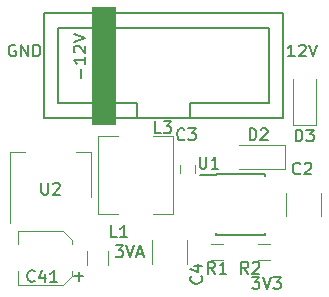
<source format=gbr>
G04 #@! TF.GenerationSoftware,KiCad,Pcbnew,(5.1.5)-3*
G04 #@! TF.CreationDate,2020-11-29T18:58:37+00:00*
G04 #@! TF.ProjectId,Retrospector_Power_Test_LM2675,52657472-6f73-4706-9563-746f725f506f,rev?*
G04 #@! TF.SameCoordinates,Original*
G04 #@! TF.FileFunction,Legend,Top*
G04 #@! TF.FilePolarity,Positive*
%FSLAX46Y46*%
G04 Gerber Fmt 4.6, Leading zero omitted, Abs format (unit mm)*
G04 Created by KiCad (PCBNEW (5.1.5)-3) date 2020-11-29 18:58:37*
%MOMM*%
%LPD*%
G04 APERTURE LIST*
%ADD10C,0.150000*%
%ADD11C,0.120000*%
%ADD12C,0.100000*%
G04 APERTURE END LIST*
D10*
X94509523Y-69952380D02*
X95128571Y-69952380D01*
X94795238Y-70333333D01*
X94938095Y-70333333D01*
X95033333Y-70380952D01*
X95080952Y-70428571D01*
X95128571Y-70523809D01*
X95128571Y-70761904D01*
X95080952Y-70857142D01*
X95033333Y-70904761D01*
X94938095Y-70952380D01*
X94652380Y-70952380D01*
X94557142Y-70904761D01*
X94509523Y-70857142D01*
X95414285Y-69952380D02*
X95747619Y-70952380D01*
X96080952Y-69952380D01*
X96366666Y-70666666D02*
X96842857Y-70666666D01*
X96271428Y-70952380D02*
X96604761Y-69952380D01*
X96938095Y-70952380D01*
X106061904Y-72652380D02*
X106680952Y-72652380D01*
X106347619Y-73033333D01*
X106490476Y-73033333D01*
X106585714Y-73080952D01*
X106633333Y-73128571D01*
X106680952Y-73223809D01*
X106680952Y-73461904D01*
X106633333Y-73557142D01*
X106585714Y-73604761D01*
X106490476Y-73652380D01*
X106204761Y-73652380D01*
X106109523Y-73604761D01*
X106061904Y-73557142D01*
X106966666Y-72652380D02*
X107300000Y-73652380D01*
X107633333Y-72652380D01*
X107871428Y-72652380D02*
X108490476Y-72652380D01*
X108157142Y-73033333D01*
X108300000Y-73033333D01*
X108395238Y-73080952D01*
X108442857Y-73128571D01*
X108490476Y-73223809D01*
X108490476Y-73461904D01*
X108442857Y-73557142D01*
X108395238Y-73604761D01*
X108300000Y-73652380D01*
X108014285Y-73652380D01*
X107919047Y-73604761D01*
X107871428Y-73557142D01*
X109680952Y-53952380D02*
X109109523Y-53952380D01*
X109395238Y-53952380D02*
X109395238Y-52952380D01*
X109300000Y-53095238D01*
X109204761Y-53190476D01*
X109109523Y-53238095D01*
X110061904Y-53047619D02*
X110109523Y-53000000D01*
X110204761Y-52952380D01*
X110442857Y-52952380D01*
X110538095Y-53000000D01*
X110585714Y-53047619D01*
X110633333Y-53142857D01*
X110633333Y-53238095D01*
X110585714Y-53380952D01*
X110014285Y-53952380D01*
X110633333Y-53952380D01*
X110919047Y-52952380D02*
X111252380Y-53952380D01*
X111585714Y-52952380D01*
X86038095Y-53000000D02*
X85942857Y-52952380D01*
X85800000Y-52952380D01*
X85657142Y-53000000D01*
X85561904Y-53095238D01*
X85514285Y-53190476D01*
X85466666Y-53380952D01*
X85466666Y-53523809D01*
X85514285Y-53714285D01*
X85561904Y-53809523D01*
X85657142Y-53904761D01*
X85800000Y-53952380D01*
X85895238Y-53952380D01*
X86038095Y-53904761D01*
X86085714Y-53857142D01*
X86085714Y-53523809D01*
X85895238Y-53523809D01*
X86514285Y-53952380D02*
X86514285Y-52952380D01*
X87085714Y-53952380D01*
X87085714Y-52952380D01*
X87561904Y-53952380D02*
X87561904Y-52952380D01*
X87800000Y-52952380D01*
X87942857Y-53000000D01*
X88038095Y-53095238D01*
X88085714Y-53190476D01*
X88133333Y-53380952D01*
X88133333Y-53523809D01*
X88085714Y-53714285D01*
X88038095Y-53809523D01*
X87942857Y-53904761D01*
X87800000Y-53952380D01*
X87561904Y-53952380D01*
D11*
X100580000Y-71500000D02*
X100580000Y-69500000D01*
X97620000Y-69500000D02*
X97620000Y-71500000D01*
X108920000Y-65500000D02*
X108920000Y-67500000D01*
X111880000Y-67500000D02*
X111880000Y-65500000D01*
D10*
X103025000Y-63925000D02*
X103025000Y-63975000D01*
X107175000Y-63925000D02*
X107175000Y-64070000D01*
X107175000Y-69075000D02*
X107175000Y-68930000D01*
X103025000Y-69075000D02*
X103025000Y-68930000D01*
X103025000Y-63925000D02*
X107175000Y-63925000D01*
X103025000Y-69075000D02*
X107175000Y-69075000D01*
X103025000Y-63975000D02*
X101625000Y-63975000D01*
D11*
X94700000Y-67300000D02*
X93000000Y-67300000D01*
X93000000Y-67300000D02*
X93000000Y-60700000D01*
X93000000Y-60700000D02*
X94700000Y-60700000D01*
X97700000Y-60700000D02*
X99400000Y-60700000D01*
X99400000Y-60700000D02*
X99400000Y-67300000D01*
X99400000Y-67300000D02*
X97700000Y-67300000D01*
D12*
G36*
X92500000Y-49800000D02*
G01*
X94500000Y-49800000D01*
X94500000Y-59700000D01*
X92500000Y-59700000D01*
X92500000Y-49800000D01*
G37*
X92500000Y-49800000D02*
X94500000Y-49800000D01*
X94500000Y-59700000D01*
X92500000Y-59700000D01*
X92500000Y-49800000D01*
D10*
X100805000Y-57900000D02*
X100805000Y-59200000D01*
X107530000Y-57900000D02*
X100805000Y-57900000D01*
X107530000Y-51560000D02*
X107530000Y-57900000D01*
X89630000Y-51560000D02*
X107530000Y-51560000D01*
X89630000Y-57900000D02*
X89630000Y-51560000D01*
X96355000Y-57900000D02*
X89630000Y-57900000D01*
X96355000Y-59200000D02*
X96355000Y-57900000D01*
X108730000Y-59200000D02*
X88430000Y-59200000D01*
X108730000Y-50260000D02*
X108730000Y-59200000D01*
X88430000Y-50260000D02*
X108730000Y-50260000D01*
X88430000Y-59200000D02*
X88430000Y-50260000D01*
D11*
X92410000Y-62090000D02*
X91150000Y-62090000D01*
X85590000Y-62090000D02*
X86850000Y-62090000D01*
X92410000Y-65850000D02*
X92410000Y-62090000D01*
X85590000Y-68100000D02*
X85590000Y-62090000D01*
X107600000Y-71180000D02*
X106600000Y-71180000D01*
X106600000Y-69820000D02*
X107600000Y-69820000D01*
X103600000Y-71180000D02*
X102600000Y-71180000D01*
X102600000Y-69820000D02*
X103600000Y-69820000D01*
X108850000Y-63500000D02*
X108850000Y-61500000D01*
X108850000Y-61500000D02*
X104950000Y-61500000D01*
X108850000Y-63500000D02*
X104950000Y-63500000D01*
X101200000Y-63150000D02*
X101200000Y-63850000D01*
X100000000Y-63850000D02*
X100000000Y-63150000D01*
X93880000Y-70400000D02*
X93880000Y-71600000D01*
X92120000Y-71600000D02*
X92120000Y-70400000D01*
X109500000Y-59750000D02*
X111500000Y-59750000D01*
X111500000Y-59750000D02*
X111500000Y-55850000D01*
X109500000Y-59750000D02*
X109500000Y-55850000D01*
X90790000Y-69480000D02*
X90790000Y-69880000D01*
X86210000Y-68710000D02*
X86210000Y-69880000D01*
X86210000Y-73290000D02*
X86210000Y-72120000D01*
X90790000Y-72520000D02*
X90790000Y-72120000D01*
X90020000Y-68710000D02*
X86210000Y-68710000D01*
X90020000Y-68710000D02*
X90790000Y-69480000D01*
X90020000Y-73290000D02*
X86210000Y-73290000D01*
X90020000Y-73290000D02*
X90790000Y-72520000D01*
D10*
X101757142Y-72566666D02*
X101804761Y-72614285D01*
X101852380Y-72757142D01*
X101852380Y-72852380D01*
X101804761Y-72995238D01*
X101709523Y-73090476D01*
X101614285Y-73138095D01*
X101423809Y-73185714D01*
X101280952Y-73185714D01*
X101090476Y-73138095D01*
X100995238Y-73090476D01*
X100900000Y-72995238D01*
X100852380Y-72852380D01*
X100852380Y-72757142D01*
X100900000Y-72614285D01*
X100947619Y-72566666D01*
X101185714Y-71709523D02*
X101852380Y-71709523D01*
X100804761Y-71947619D02*
X101519047Y-72185714D01*
X101519047Y-71566666D01*
X110133333Y-63857142D02*
X110085714Y-63904761D01*
X109942857Y-63952380D01*
X109847619Y-63952380D01*
X109704761Y-63904761D01*
X109609523Y-63809523D01*
X109561904Y-63714285D01*
X109514285Y-63523809D01*
X109514285Y-63380952D01*
X109561904Y-63190476D01*
X109609523Y-63095238D01*
X109704761Y-63000000D01*
X109847619Y-62952380D01*
X109942857Y-62952380D01*
X110085714Y-63000000D01*
X110133333Y-63047619D01*
X110514285Y-63047619D02*
X110561904Y-63000000D01*
X110657142Y-62952380D01*
X110895238Y-62952380D01*
X110990476Y-63000000D01*
X111038095Y-63047619D01*
X111085714Y-63142857D01*
X111085714Y-63238095D01*
X111038095Y-63380952D01*
X110466666Y-63952380D01*
X111085714Y-63952380D01*
X101638095Y-62452380D02*
X101638095Y-63261904D01*
X101685714Y-63357142D01*
X101733333Y-63404761D01*
X101828571Y-63452380D01*
X102019047Y-63452380D01*
X102114285Y-63404761D01*
X102161904Y-63357142D01*
X102209523Y-63261904D01*
X102209523Y-62452380D01*
X103209523Y-63452380D02*
X102638095Y-63452380D01*
X102923809Y-63452380D02*
X102923809Y-62452380D01*
X102828571Y-62595238D01*
X102733333Y-62690476D01*
X102638095Y-62738095D01*
X98333333Y-60452380D02*
X97857142Y-60452380D01*
X97857142Y-59452380D01*
X98571428Y-59452380D02*
X99190476Y-59452380D01*
X98857142Y-59833333D01*
X99000000Y-59833333D01*
X99095238Y-59880952D01*
X99142857Y-59928571D01*
X99190476Y-60023809D01*
X99190476Y-60261904D01*
X99142857Y-60357142D01*
X99095238Y-60404761D01*
X99000000Y-60452380D01*
X98714285Y-60452380D01*
X98619047Y-60404761D01*
X98571428Y-60357142D01*
X91571428Y-55761904D02*
X91571428Y-55000000D01*
X91952380Y-54000000D02*
X91952380Y-54571428D01*
X91952380Y-54285714D02*
X90952380Y-54285714D01*
X91095238Y-54380952D01*
X91190476Y-54476190D01*
X91238095Y-54571428D01*
X91047619Y-53619047D02*
X91000000Y-53571428D01*
X90952380Y-53476190D01*
X90952380Y-53238095D01*
X91000000Y-53142857D01*
X91047619Y-53095238D01*
X91142857Y-53047619D01*
X91238095Y-53047619D01*
X91380952Y-53095238D01*
X91952380Y-53666666D01*
X91952380Y-53047619D01*
X90952380Y-52761904D02*
X91952380Y-52428571D01*
X90952380Y-52095238D01*
X88238095Y-64652380D02*
X88238095Y-65461904D01*
X88285714Y-65557142D01*
X88333333Y-65604761D01*
X88428571Y-65652380D01*
X88619047Y-65652380D01*
X88714285Y-65604761D01*
X88761904Y-65557142D01*
X88809523Y-65461904D01*
X88809523Y-64652380D01*
X89238095Y-64747619D02*
X89285714Y-64700000D01*
X89380952Y-64652380D01*
X89619047Y-64652380D01*
X89714285Y-64700000D01*
X89761904Y-64747619D01*
X89809523Y-64842857D01*
X89809523Y-64938095D01*
X89761904Y-65080952D01*
X89190476Y-65652380D01*
X89809523Y-65652380D01*
X105733333Y-72352380D02*
X105400000Y-71876190D01*
X105161904Y-72352380D02*
X105161904Y-71352380D01*
X105542857Y-71352380D01*
X105638095Y-71400000D01*
X105685714Y-71447619D01*
X105733333Y-71542857D01*
X105733333Y-71685714D01*
X105685714Y-71780952D01*
X105638095Y-71828571D01*
X105542857Y-71876190D01*
X105161904Y-71876190D01*
X106114285Y-71447619D02*
X106161904Y-71400000D01*
X106257142Y-71352380D01*
X106495238Y-71352380D01*
X106590476Y-71400000D01*
X106638095Y-71447619D01*
X106685714Y-71542857D01*
X106685714Y-71638095D01*
X106638095Y-71780952D01*
X106066666Y-72352380D01*
X106685714Y-72352380D01*
X102933333Y-72352380D02*
X102600000Y-71876190D01*
X102361904Y-72352380D02*
X102361904Y-71352380D01*
X102742857Y-71352380D01*
X102838095Y-71400000D01*
X102885714Y-71447619D01*
X102933333Y-71542857D01*
X102933333Y-71685714D01*
X102885714Y-71780952D01*
X102838095Y-71828571D01*
X102742857Y-71876190D01*
X102361904Y-71876190D01*
X103885714Y-72352380D02*
X103314285Y-72352380D01*
X103600000Y-72352380D02*
X103600000Y-71352380D01*
X103504761Y-71495238D01*
X103409523Y-71590476D01*
X103314285Y-71638095D01*
X105861904Y-61052380D02*
X105861904Y-60052380D01*
X106100000Y-60052380D01*
X106242857Y-60100000D01*
X106338095Y-60195238D01*
X106385714Y-60290476D01*
X106433333Y-60480952D01*
X106433333Y-60623809D01*
X106385714Y-60814285D01*
X106338095Y-60909523D01*
X106242857Y-61004761D01*
X106100000Y-61052380D01*
X105861904Y-61052380D01*
X106814285Y-60147619D02*
X106861904Y-60100000D01*
X106957142Y-60052380D01*
X107195238Y-60052380D01*
X107290476Y-60100000D01*
X107338095Y-60147619D01*
X107385714Y-60242857D01*
X107385714Y-60338095D01*
X107338095Y-60480952D01*
X106766666Y-61052380D01*
X107385714Y-61052380D01*
X100333333Y-60957142D02*
X100285714Y-61004761D01*
X100142857Y-61052380D01*
X100047619Y-61052380D01*
X99904761Y-61004761D01*
X99809523Y-60909523D01*
X99761904Y-60814285D01*
X99714285Y-60623809D01*
X99714285Y-60480952D01*
X99761904Y-60290476D01*
X99809523Y-60195238D01*
X99904761Y-60100000D01*
X100047619Y-60052380D01*
X100142857Y-60052380D01*
X100285714Y-60100000D01*
X100333333Y-60147619D01*
X100666666Y-60052380D02*
X101285714Y-60052380D01*
X100952380Y-60433333D01*
X101095238Y-60433333D01*
X101190476Y-60480952D01*
X101238095Y-60528571D01*
X101285714Y-60623809D01*
X101285714Y-60861904D01*
X101238095Y-60957142D01*
X101190476Y-61004761D01*
X101095238Y-61052380D01*
X100809523Y-61052380D01*
X100714285Y-61004761D01*
X100666666Y-60957142D01*
X94633333Y-69252380D02*
X94157142Y-69252380D01*
X94157142Y-68252380D01*
X95490476Y-69252380D02*
X94919047Y-69252380D01*
X95204761Y-69252380D02*
X95204761Y-68252380D01*
X95109523Y-68395238D01*
X95014285Y-68490476D01*
X94919047Y-68538095D01*
X109761904Y-61152380D02*
X109761904Y-60152380D01*
X110000000Y-60152380D01*
X110142857Y-60200000D01*
X110238095Y-60295238D01*
X110285714Y-60390476D01*
X110333333Y-60580952D01*
X110333333Y-60723809D01*
X110285714Y-60914285D01*
X110238095Y-61009523D01*
X110142857Y-61104761D01*
X110000000Y-61152380D01*
X109761904Y-61152380D01*
X110666666Y-60152380D02*
X111285714Y-60152380D01*
X110952380Y-60533333D01*
X111095238Y-60533333D01*
X111190476Y-60580952D01*
X111238095Y-60628571D01*
X111285714Y-60723809D01*
X111285714Y-60961904D01*
X111238095Y-61057142D01*
X111190476Y-61104761D01*
X111095238Y-61152380D01*
X110809523Y-61152380D01*
X110714285Y-61104761D01*
X110666666Y-61057142D01*
X87657142Y-72957142D02*
X87609523Y-73004761D01*
X87466666Y-73052380D01*
X87371428Y-73052380D01*
X87228571Y-73004761D01*
X87133333Y-72909523D01*
X87085714Y-72814285D01*
X87038095Y-72623809D01*
X87038095Y-72480952D01*
X87085714Y-72290476D01*
X87133333Y-72195238D01*
X87228571Y-72100000D01*
X87371428Y-72052380D01*
X87466666Y-72052380D01*
X87609523Y-72100000D01*
X87657142Y-72147619D01*
X88514285Y-72385714D02*
X88514285Y-73052380D01*
X88276190Y-72004761D02*
X88038095Y-72719047D01*
X88657142Y-72719047D01*
X89561904Y-73052380D02*
X88990476Y-73052380D01*
X89276190Y-73052380D02*
X89276190Y-72052380D01*
X89180952Y-72195238D01*
X89085714Y-72290476D01*
X88990476Y-72338095D01*
X91019047Y-72571428D02*
X91780952Y-72571428D01*
X91400000Y-72952380D02*
X91400000Y-72190476D01*
M02*

</source>
